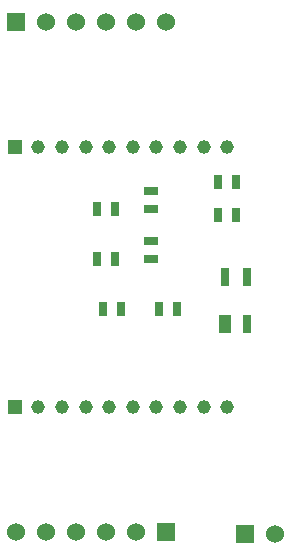
<source format=gts>
G04 (created by PCBNEW (22-Jun-2014 BZR 4027)-stable) date Thu 31 Jul 2014 05:41:25 PM UTC*
%MOIN*%
G04 Gerber Fmt 3.4, Leading zero omitted, Abs format*
%FSLAX34Y34*%
G01*
G70*
G90*
G04 APERTURE LIST*
%ADD10C,0.00590551*%
%ADD11R,0.025X0.045*%
%ADD12R,0.06X0.06*%
%ADD13C,0.06*%
%ADD14C,0.0453*%
%ADD15R,0.0453X0.0453*%
%ADD16R,0.045X0.025*%
%ADD17R,0.0275591X0.0590551*%
%ADD18R,0.0393701X0.0590551*%
G04 APERTURE END LIST*
G54D10*
G54D11*
X30368Y-33513D03*
X29768Y-33513D03*
X31737Y-29281D03*
X32337Y-29281D03*
X31737Y-30364D03*
X32337Y-30364D03*
G54D12*
X32620Y-40994D03*
G54D13*
X33620Y-40994D03*
G54D12*
X29990Y-40939D03*
G54D13*
X28990Y-40939D03*
X27990Y-40939D03*
X26990Y-40939D03*
X25990Y-40939D03*
X24990Y-40939D03*
G54D12*
X24990Y-23939D03*
G54D13*
X25990Y-23939D03*
X26990Y-23939D03*
X27990Y-23939D03*
X28990Y-23939D03*
X29990Y-23939D03*
G54D14*
X32037Y-28100D03*
X28888Y-28100D03*
X29675Y-28100D03*
X30463Y-28100D03*
X31250Y-28100D03*
X28100Y-28100D03*
X27313Y-28100D03*
X26525Y-28100D03*
G54D15*
X24951Y-28100D03*
G54D14*
X25738Y-28100D03*
X32037Y-36761D03*
X28888Y-36761D03*
X29675Y-36761D03*
X30463Y-36761D03*
X31250Y-36761D03*
X28100Y-36761D03*
X27313Y-36761D03*
X26525Y-36761D03*
G54D15*
X24951Y-36761D03*
G54D14*
X25738Y-36761D03*
G54D16*
X29478Y-30172D03*
X29478Y-29572D03*
X29478Y-31845D03*
X29478Y-31245D03*
G54D11*
X28498Y-33513D03*
X27898Y-33513D03*
X27701Y-30167D03*
X28301Y-30167D03*
X27701Y-31840D03*
X28301Y-31840D03*
G54D17*
X32706Y-32431D03*
X31958Y-32431D03*
X32706Y-34005D03*
G54D18*
X31958Y-34005D03*
M02*

</source>
